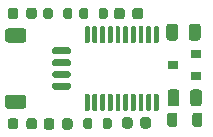
<source format=gbr>
%TF.GenerationSoftware,KiCad,Pcbnew,5.1.8-db9833491~87~ubuntu20.04.1*%
%TF.CreationDate,2020-11-23T16:47:10+01:00*%
%TF.ProjectId,rosalyn-sat,726f7361-6c79-46e2-9d73-61742e6b6963,v1.0*%
%TF.SameCoordinates,Original*%
%TF.FileFunction,Paste,Top*%
%TF.FilePolarity,Positive*%
%FSLAX46Y46*%
G04 Gerber Fmt 4.6, Leading zero omitted, Abs format (unit mm)*
G04 Created by KiCad (PCBNEW 5.1.8-db9833491~87~ubuntu20.04.1) date 2020-11-23 16:47:10*
%MOMM*%
%LPD*%
G01*
G04 APERTURE LIST*
%ADD10R,0.900000X0.800000*%
G04 APERTURE END LIST*
%TO.C,C6*%
G36*
G01*
X150270000Y-105000000D02*
X150270000Y-104500000D01*
G75*
G02*
X150495000Y-104275000I225000J0D01*
G01*
X150945000Y-104275000D01*
G75*
G02*
X151170000Y-104500000I0J-225000D01*
G01*
X151170000Y-105000000D01*
G75*
G02*
X150945000Y-105225000I-225000J0D01*
G01*
X150495000Y-105225000D01*
G75*
G02*
X150270000Y-105000000I0J225000D01*
G01*
G37*
G36*
G01*
X151820000Y-105000000D02*
X151820000Y-104500000D01*
G75*
G02*
X152045000Y-104275000I225000J0D01*
G01*
X152495000Y-104275000D01*
G75*
G02*
X152720000Y-104500000I0J-225000D01*
G01*
X152720000Y-105000000D01*
G75*
G02*
X152495000Y-105225000I-225000J0D01*
G01*
X152045000Y-105225000D01*
G75*
G02*
X151820000Y-105000000I0J225000D01*
G01*
G37*
%TD*%
%TO.C,U1*%
G36*
G01*
X147425000Y-103750000D02*
X147225000Y-103750000D01*
G75*
G02*
X147125000Y-103650000I0J100000D01*
G01*
X147125000Y-102375000D01*
G75*
G02*
X147225000Y-102275000I100000J0D01*
G01*
X147425000Y-102275000D01*
G75*
G02*
X147525000Y-102375000I0J-100000D01*
G01*
X147525000Y-103650000D01*
G75*
G02*
X147425000Y-103750000I-100000J0D01*
G01*
G37*
G36*
G01*
X148075000Y-103750000D02*
X147875000Y-103750000D01*
G75*
G02*
X147775000Y-103650000I0J100000D01*
G01*
X147775000Y-102375000D01*
G75*
G02*
X147875000Y-102275000I100000J0D01*
G01*
X148075000Y-102275000D01*
G75*
G02*
X148175000Y-102375000I0J-100000D01*
G01*
X148175000Y-103650000D01*
G75*
G02*
X148075000Y-103750000I-100000J0D01*
G01*
G37*
G36*
G01*
X148725000Y-103750000D02*
X148525000Y-103750000D01*
G75*
G02*
X148425000Y-103650000I0J100000D01*
G01*
X148425000Y-102375000D01*
G75*
G02*
X148525000Y-102275000I100000J0D01*
G01*
X148725000Y-102275000D01*
G75*
G02*
X148825000Y-102375000I0J-100000D01*
G01*
X148825000Y-103650000D01*
G75*
G02*
X148725000Y-103750000I-100000J0D01*
G01*
G37*
G36*
G01*
X149375000Y-103750000D02*
X149175000Y-103750000D01*
G75*
G02*
X149075000Y-103650000I0J100000D01*
G01*
X149075000Y-102375000D01*
G75*
G02*
X149175000Y-102275000I100000J0D01*
G01*
X149375000Y-102275000D01*
G75*
G02*
X149475000Y-102375000I0J-100000D01*
G01*
X149475000Y-103650000D01*
G75*
G02*
X149375000Y-103750000I-100000J0D01*
G01*
G37*
G36*
G01*
X150025000Y-103750000D02*
X149825000Y-103750000D01*
G75*
G02*
X149725000Y-103650000I0J100000D01*
G01*
X149725000Y-102375000D01*
G75*
G02*
X149825000Y-102275000I100000J0D01*
G01*
X150025000Y-102275000D01*
G75*
G02*
X150125000Y-102375000I0J-100000D01*
G01*
X150125000Y-103650000D01*
G75*
G02*
X150025000Y-103750000I-100000J0D01*
G01*
G37*
G36*
G01*
X150675000Y-103750000D02*
X150475000Y-103750000D01*
G75*
G02*
X150375000Y-103650000I0J100000D01*
G01*
X150375000Y-102375000D01*
G75*
G02*
X150475000Y-102275000I100000J0D01*
G01*
X150675000Y-102275000D01*
G75*
G02*
X150775000Y-102375000I0J-100000D01*
G01*
X150775000Y-103650000D01*
G75*
G02*
X150675000Y-103750000I-100000J0D01*
G01*
G37*
G36*
G01*
X151325000Y-103750000D02*
X151125000Y-103750000D01*
G75*
G02*
X151025000Y-103650000I0J100000D01*
G01*
X151025000Y-102375000D01*
G75*
G02*
X151125000Y-102275000I100000J0D01*
G01*
X151325000Y-102275000D01*
G75*
G02*
X151425000Y-102375000I0J-100000D01*
G01*
X151425000Y-103650000D01*
G75*
G02*
X151325000Y-103750000I-100000J0D01*
G01*
G37*
G36*
G01*
X151975000Y-103750000D02*
X151775000Y-103750000D01*
G75*
G02*
X151675000Y-103650000I0J100000D01*
G01*
X151675000Y-102375000D01*
G75*
G02*
X151775000Y-102275000I100000J0D01*
G01*
X151975000Y-102275000D01*
G75*
G02*
X152075000Y-102375000I0J-100000D01*
G01*
X152075000Y-103650000D01*
G75*
G02*
X151975000Y-103750000I-100000J0D01*
G01*
G37*
G36*
G01*
X152625000Y-103750000D02*
X152425000Y-103750000D01*
G75*
G02*
X152325000Y-103650000I0J100000D01*
G01*
X152325000Y-102375000D01*
G75*
G02*
X152425000Y-102275000I100000J0D01*
G01*
X152625000Y-102275000D01*
G75*
G02*
X152725000Y-102375000I0J-100000D01*
G01*
X152725000Y-103650000D01*
G75*
G02*
X152625000Y-103750000I-100000J0D01*
G01*
G37*
G36*
G01*
X153275000Y-103750000D02*
X153075000Y-103750000D01*
G75*
G02*
X152975000Y-103650000I0J100000D01*
G01*
X152975000Y-102375000D01*
G75*
G02*
X153075000Y-102275000I100000J0D01*
G01*
X153275000Y-102275000D01*
G75*
G02*
X153375000Y-102375000I0J-100000D01*
G01*
X153375000Y-103650000D01*
G75*
G02*
X153275000Y-103750000I-100000J0D01*
G01*
G37*
G36*
G01*
X153275000Y-98025000D02*
X153075000Y-98025000D01*
G75*
G02*
X152975000Y-97925000I0J100000D01*
G01*
X152975000Y-96650000D01*
G75*
G02*
X153075000Y-96550000I100000J0D01*
G01*
X153275000Y-96550000D01*
G75*
G02*
X153375000Y-96650000I0J-100000D01*
G01*
X153375000Y-97925000D01*
G75*
G02*
X153275000Y-98025000I-100000J0D01*
G01*
G37*
G36*
G01*
X152625000Y-98025000D02*
X152425000Y-98025000D01*
G75*
G02*
X152325000Y-97925000I0J100000D01*
G01*
X152325000Y-96650000D01*
G75*
G02*
X152425000Y-96550000I100000J0D01*
G01*
X152625000Y-96550000D01*
G75*
G02*
X152725000Y-96650000I0J-100000D01*
G01*
X152725000Y-97925000D01*
G75*
G02*
X152625000Y-98025000I-100000J0D01*
G01*
G37*
G36*
G01*
X151975000Y-98025000D02*
X151775000Y-98025000D01*
G75*
G02*
X151675000Y-97925000I0J100000D01*
G01*
X151675000Y-96650000D01*
G75*
G02*
X151775000Y-96550000I100000J0D01*
G01*
X151975000Y-96550000D01*
G75*
G02*
X152075000Y-96650000I0J-100000D01*
G01*
X152075000Y-97925000D01*
G75*
G02*
X151975000Y-98025000I-100000J0D01*
G01*
G37*
G36*
G01*
X151325000Y-98025000D02*
X151125000Y-98025000D01*
G75*
G02*
X151025000Y-97925000I0J100000D01*
G01*
X151025000Y-96650000D01*
G75*
G02*
X151125000Y-96550000I100000J0D01*
G01*
X151325000Y-96550000D01*
G75*
G02*
X151425000Y-96650000I0J-100000D01*
G01*
X151425000Y-97925000D01*
G75*
G02*
X151325000Y-98025000I-100000J0D01*
G01*
G37*
G36*
G01*
X150675000Y-98025000D02*
X150475000Y-98025000D01*
G75*
G02*
X150375000Y-97925000I0J100000D01*
G01*
X150375000Y-96650000D01*
G75*
G02*
X150475000Y-96550000I100000J0D01*
G01*
X150675000Y-96550000D01*
G75*
G02*
X150775000Y-96650000I0J-100000D01*
G01*
X150775000Y-97925000D01*
G75*
G02*
X150675000Y-98025000I-100000J0D01*
G01*
G37*
G36*
G01*
X150025000Y-98025000D02*
X149825000Y-98025000D01*
G75*
G02*
X149725000Y-97925000I0J100000D01*
G01*
X149725000Y-96650000D01*
G75*
G02*
X149825000Y-96550000I100000J0D01*
G01*
X150025000Y-96550000D01*
G75*
G02*
X150125000Y-96650000I0J-100000D01*
G01*
X150125000Y-97925000D01*
G75*
G02*
X150025000Y-98025000I-100000J0D01*
G01*
G37*
G36*
G01*
X149375000Y-98025000D02*
X149175000Y-98025000D01*
G75*
G02*
X149075000Y-97925000I0J100000D01*
G01*
X149075000Y-96650000D01*
G75*
G02*
X149175000Y-96550000I100000J0D01*
G01*
X149375000Y-96550000D01*
G75*
G02*
X149475000Y-96650000I0J-100000D01*
G01*
X149475000Y-97925000D01*
G75*
G02*
X149375000Y-98025000I-100000J0D01*
G01*
G37*
G36*
G01*
X148725000Y-98025000D02*
X148525000Y-98025000D01*
G75*
G02*
X148425000Y-97925000I0J100000D01*
G01*
X148425000Y-96650000D01*
G75*
G02*
X148525000Y-96550000I100000J0D01*
G01*
X148725000Y-96550000D01*
G75*
G02*
X148825000Y-96650000I0J-100000D01*
G01*
X148825000Y-97925000D01*
G75*
G02*
X148725000Y-98025000I-100000J0D01*
G01*
G37*
G36*
G01*
X148075000Y-98025000D02*
X147875000Y-98025000D01*
G75*
G02*
X147775000Y-97925000I0J100000D01*
G01*
X147775000Y-96650000D01*
G75*
G02*
X147875000Y-96550000I100000J0D01*
G01*
X148075000Y-96550000D01*
G75*
G02*
X148175000Y-96650000I0J-100000D01*
G01*
X148175000Y-97925000D01*
G75*
G02*
X148075000Y-98025000I-100000J0D01*
G01*
G37*
G36*
G01*
X147425000Y-98025000D02*
X147225000Y-98025000D01*
G75*
G02*
X147125000Y-97925000I0J100000D01*
G01*
X147125000Y-96650000D01*
G75*
G02*
X147225000Y-96550000I100000J0D01*
G01*
X147425000Y-96550000D01*
G75*
G02*
X147525000Y-96650000I0J-100000D01*
G01*
X147525000Y-97925000D01*
G75*
G02*
X147425000Y-98025000I-100000J0D01*
G01*
G37*
%TD*%
%TO.C,J2*%
G36*
G01*
X144525000Y-98350000D02*
X145775000Y-98350000D01*
G75*
G02*
X145925000Y-98500000I0J-150000D01*
G01*
X145925000Y-98800000D01*
G75*
G02*
X145775000Y-98950000I-150000J0D01*
G01*
X144525000Y-98950000D01*
G75*
G02*
X144375000Y-98800000I0J150000D01*
G01*
X144375000Y-98500000D01*
G75*
G02*
X144525000Y-98350000I150000J0D01*
G01*
G37*
G36*
G01*
X144525000Y-99350000D02*
X145775000Y-99350000D01*
G75*
G02*
X145925000Y-99500000I0J-150000D01*
G01*
X145925000Y-99800000D01*
G75*
G02*
X145775000Y-99950000I-150000J0D01*
G01*
X144525000Y-99950000D01*
G75*
G02*
X144375000Y-99800000I0J150000D01*
G01*
X144375000Y-99500000D01*
G75*
G02*
X144525000Y-99350000I150000J0D01*
G01*
G37*
G36*
G01*
X144525000Y-100350000D02*
X145775000Y-100350000D01*
G75*
G02*
X145925000Y-100500000I0J-150000D01*
G01*
X145925000Y-100800000D01*
G75*
G02*
X145775000Y-100950000I-150000J0D01*
G01*
X144525000Y-100950000D01*
G75*
G02*
X144375000Y-100800000I0J150000D01*
G01*
X144375000Y-100500000D01*
G75*
G02*
X144525000Y-100350000I150000J0D01*
G01*
G37*
G36*
G01*
X144525000Y-101350000D02*
X145775000Y-101350000D01*
G75*
G02*
X145925000Y-101500000I0J-150000D01*
G01*
X145925000Y-101800000D01*
G75*
G02*
X145775000Y-101950000I-150000J0D01*
G01*
X144525000Y-101950000D01*
G75*
G02*
X144375000Y-101800000I0J150000D01*
G01*
X144375000Y-101500000D01*
G75*
G02*
X144525000Y-101350000I150000J0D01*
G01*
G37*
G36*
G01*
X140624999Y-96750000D02*
X141925001Y-96750000D01*
G75*
G02*
X142175000Y-96999999I0J-249999D01*
G01*
X142175000Y-97700001D01*
G75*
G02*
X141925001Y-97950000I-249999J0D01*
G01*
X140624999Y-97950000D01*
G75*
G02*
X140375000Y-97700001I0J249999D01*
G01*
X140375000Y-96999999D01*
G75*
G02*
X140624999Y-96750000I249999J0D01*
G01*
G37*
G36*
G01*
X140624999Y-102350000D02*
X141925001Y-102350000D01*
G75*
G02*
X142175000Y-102599999I0J-249999D01*
G01*
X142175000Y-103300001D01*
G75*
G02*
X141925001Y-103550000I-249999J0D01*
G01*
X140624999Y-103550000D01*
G75*
G02*
X140375000Y-103300001I0J249999D01*
G01*
X140375000Y-102599999D01*
G75*
G02*
X140624999Y-102350000I249999J0D01*
G01*
G37*
%TD*%
%TO.C,R12*%
G36*
G01*
X147435000Y-95205000D02*
X147435000Y-95755000D01*
G75*
G02*
X147235000Y-95955000I-200000J0D01*
G01*
X146835000Y-95955000D01*
G75*
G02*
X146635000Y-95755000I0J200000D01*
G01*
X146635000Y-95205000D01*
G75*
G02*
X146835000Y-95005000I200000J0D01*
G01*
X147235000Y-95005000D01*
G75*
G02*
X147435000Y-95205000I0J-200000D01*
G01*
G37*
G36*
G01*
X149085000Y-95205000D02*
X149085000Y-95755000D01*
G75*
G02*
X148885000Y-95955000I-200000J0D01*
G01*
X148485000Y-95955000D01*
G75*
G02*
X148285000Y-95755000I0J200000D01*
G01*
X148285000Y-95205000D01*
G75*
G02*
X148485000Y-95005000I200000J0D01*
G01*
X148885000Y-95005000D01*
G75*
G02*
X149085000Y-95205000I0J-200000D01*
G01*
G37*
%TD*%
%TO.C,D2*%
G36*
G01*
X141470000Y-95223750D02*
X141470000Y-95736250D01*
G75*
G02*
X141251250Y-95955000I-218750J0D01*
G01*
X140813750Y-95955000D01*
G75*
G02*
X140595000Y-95736250I0J218750D01*
G01*
X140595000Y-95223750D01*
G75*
G02*
X140813750Y-95005000I218750J0D01*
G01*
X141251250Y-95005000D01*
G75*
G02*
X141470000Y-95223750I0J-218750D01*
G01*
G37*
G36*
G01*
X143045000Y-95223750D02*
X143045000Y-95736250D01*
G75*
G02*
X142826250Y-95955000I-218750J0D01*
G01*
X142388750Y-95955000D01*
G75*
G02*
X142170000Y-95736250I0J218750D01*
G01*
X142170000Y-95223750D01*
G75*
G02*
X142388750Y-95005000I218750J0D01*
G01*
X142826250Y-95005000D01*
G75*
G02*
X143045000Y-95223750I0J-218750D01*
G01*
G37*
%TD*%
%TO.C,R11*%
G36*
G01*
X144425000Y-95215000D02*
X144425000Y-95765000D01*
G75*
G02*
X144225000Y-95965000I-200000J0D01*
G01*
X143825000Y-95965000D01*
G75*
G02*
X143625000Y-95765000I0J200000D01*
G01*
X143625000Y-95215000D01*
G75*
G02*
X143825000Y-95015000I200000J0D01*
G01*
X144225000Y-95015000D01*
G75*
G02*
X144425000Y-95215000I0J-200000D01*
G01*
G37*
G36*
G01*
X146075000Y-95215000D02*
X146075000Y-95765000D01*
G75*
G02*
X145875000Y-95965000I-200000J0D01*
G01*
X145475000Y-95965000D01*
G75*
G02*
X145275000Y-95765000I0J200000D01*
G01*
X145275000Y-95215000D01*
G75*
G02*
X145475000Y-95015000I200000J0D01*
G01*
X145875000Y-95015000D01*
G75*
G02*
X146075000Y-95215000I0J-200000D01*
G01*
G37*
%TD*%
%TO.C,D1*%
G36*
G01*
X141487500Y-104563750D02*
X141487500Y-105076250D01*
G75*
G02*
X141268750Y-105295000I-218750J0D01*
G01*
X140831250Y-105295000D01*
G75*
G02*
X140612500Y-105076250I0J218750D01*
G01*
X140612500Y-104563750D01*
G75*
G02*
X140831250Y-104345000I218750J0D01*
G01*
X141268750Y-104345000D01*
G75*
G02*
X141487500Y-104563750I0J-218750D01*
G01*
G37*
G36*
G01*
X143062500Y-104563750D02*
X143062500Y-105076250D01*
G75*
G02*
X142843750Y-105295000I-218750J0D01*
G01*
X142406250Y-105295000D01*
G75*
G02*
X142187500Y-105076250I0J218750D01*
G01*
X142187500Y-104563750D01*
G75*
G02*
X142406250Y-104345000I218750J0D01*
G01*
X142843750Y-104345000D01*
G75*
G02*
X143062500Y-104563750I0J-218750D01*
G01*
G37*
%TD*%
%TO.C,C5*%
G36*
G01*
X144535000Y-104590000D02*
X144535000Y-105090000D01*
G75*
G02*
X144310000Y-105315000I-225000J0D01*
G01*
X143860000Y-105315000D01*
G75*
G02*
X143635000Y-105090000I0J225000D01*
G01*
X143635000Y-104590000D01*
G75*
G02*
X143860000Y-104365000I225000J0D01*
G01*
X144310000Y-104365000D01*
G75*
G02*
X144535000Y-104590000I0J-225000D01*
G01*
G37*
G36*
G01*
X146085000Y-104590000D02*
X146085000Y-105090000D01*
G75*
G02*
X145860000Y-105315000I-225000J0D01*
G01*
X145410000Y-105315000D01*
G75*
G02*
X145185000Y-105090000I0J225000D01*
G01*
X145185000Y-104590000D01*
G75*
G02*
X145410000Y-104365000I225000J0D01*
G01*
X145860000Y-104365000D01*
G75*
G02*
X146085000Y-104590000I0J-225000D01*
G01*
G37*
%TD*%
%TO.C,C3*%
G36*
G01*
X156040000Y-103105000D02*
X156040000Y-102155000D01*
G75*
G02*
X156290000Y-101905000I250000J0D01*
G01*
X156790000Y-101905000D01*
G75*
G02*
X157040000Y-102155000I0J-250000D01*
G01*
X157040000Y-103105000D01*
G75*
G02*
X156790000Y-103355000I-250000J0D01*
G01*
X156290000Y-103355000D01*
G75*
G02*
X156040000Y-103105000I0J250000D01*
G01*
G37*
G36*
G01*
X154140000Y-103105000D02*
X154140000Y-102155000D01*
G75*
G02*
X154390000Y-101905000I250000J0D01*
G01*
X154890000Y-101905000D01*
G75*
G02*
X155140000Y-102155000I0J-250000D01*
G01*
X155140000Y-103105000D01*
G75*
G02*
X154890000Y-103355000I-250000J0D01*
G01*
X154390000Y-103355000D01*
G75*
G02*
X154140000Y-103105000I0J250000D01*
G01*
G37*
%TD*%
D10*
%TO.C,U3*%
X154570000Y-99860000D03*
X156570000Y-98910000D03*
X156570000Y-100810000D03*
%TD*%
%TO.C,C4*%
G36*
G01*
X155030000Y-96595000D02*
X155030000Y-97545000D01*
G75*
G02*
X154780000Y-97795000I-250000J0D01*
G01*
X154280000Y-97795000D01*
G75*
G02*
X154030000Y-97545000I0J250000D01*
G01*
X154030000Y-96595000D01*
G75*
G02*
X154280000Y-96345000I250000J0D01*
G01*
X154780000Y-96345000D01*
G75*
G02*
X155030000Y-96595000I0J-250000D01*
G01*
G37*
G36*
G01*
X156930000Y-96595000D02*
X156930000Y-97545000D01*
G75*
G02*
X156680000Y-97795000I-250000J0D01*
G01*
X156180000Y-97795000D01*
G75*
G02*
X155930000Y-97545000I0J250000D01*
G01*
X155930000Y-96595000D01*
G75*
G02*
X156180000Y-96345000I250000J0D01*
G01*
X156680000Y-96345000D01*
G75*
G02*
X156930000Y-96595000I0J-250000D01*
G01*
G37*
%TD*%
%TO.C,C2*%
G36*
G01*
X151155000Y-95740000D02*
X151155000Y-95240000D01*
G75*
G02*
X151380000Y-95015000I225000J0D01*
G01*
X151830000Y-95015000D01*
G75*
G02*
X152055000Y-95240000I0J-225000D01*
G01*
X152055000Y-95740000D01*
G75*
G02*
X151830000Y-95965000I-225000J0D01*
G01*
X151380000Y-95965000D01*
G75*
G02*
X151155000Y-95740000I0J225000D01*
G01*
G37*
G36*
G01*
X149605000Y-95740000D02*
X149605000Y-95240000D01*
G75*
G02*
X149830000Y-95015000I225000J0D01*
G01*
X150280000Y-95015000D01*
G75*
G02*
X150505000Y-95240000I0J-225000D01*
G01*
X150505000Y-95740000D01*
G75*
G02*
X150280000Y-95965000I-225000J0D01*
G01*
X149830000Y-95965000D01*
G75*
G02*
X149605000Y-95740000I0J225000D01*
G01*
G37*
%TD*%
%TO.C,R1*%
G36*
G01*
X146975000Y-105065000D02*
X146975000Y-104515000D01*
G75*
G02*
X147175000Y-104315000I200000J0D01*
G01*
X147575000Y-104315000D01*
G75*
G02*
X147775000Y-104515000I0J-200000D01*
G01*
X147775000Y-105065000D01*
G75*
G02*
X147575000Y-105265000I-200000J0D01*
G01*
X147175000Y-105265000D01*
G75*
G02*
X146975000Y-105065000I0J200000D01*
G01*
G37*
G36*
G01*
X148625000Y-105065000D02*
X148625000Y-104515000D01*
G75*
G02*
X148825000Y-104315000I200000J0D01*
G01*
X149225000Y-104315000D01*
G75*
G02*
X149425000Y-104515000I0J-200000D01*
G01*
X149425000Y-105065000D01*
G75*
G02*
X149225000Y-105265000I-200000J0D01*
G01*
X148825000Y-105265000D01*
G75*
G02*
X148625000Y-105065000I0J200000D01*
G01*
G37*
%TD*%
%TO.C,FB1*%
G36*
G01*
X157090000Y-104108750D02*
X157090000Y-104871250D01*
G75*
G02*
X156871250Y-105090000I-218750J0D01*
G01*
X156433750Y-105090000D01*
G75*
G02*
X156215000Y-104871250I0J218750D01*
G01*
X156215000Y-104108750D01*
G75*
G02*
X156433750Y-103890000I218750J0D01*
G01*
X156871250Y-103890000D01*
G75*
G02*
X157090000Y-104108750I0J-218750D01*
G01*
G37*
G36*
G01*
X154965000Y-104108750D02*
X154965000Y-104871250D01*
G75*
G02*
X154746250Y-105090000I-218750J0D01*
G01*
X154308750Y-105090000D01*
G75*
G02*
X154090000Y-104871250I0J218750D01*
G01*
X154090000Y-104108750D01*
G75*
G02*
X154308750Y-103890000I218750J0D01*
G01*
X154746250Y-103890000D01*
G75*
G02*
X154965000Y-104108750I0J-218750D01*
G01*
G37*
%TD*%
M02*

</source>
